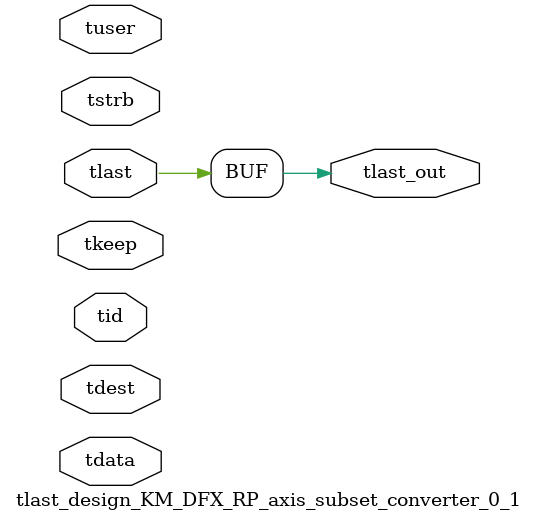
<source format=v>


`timescale 1ps/1ps

module tlast_design_KM_DFX_RP_axis_subset_converter_0_1 #
(
parameter C_S_AXIS_TID_WIDTH   = 1,
parameter C_S_AXIS_TUSER_WIDTH = 0,
parameter C_S_AXIS_TDATA_WIDTH = 0,
parameter C_S_AXIS_TDEST_WIDTH = 0
)
(
input  [(C_S_AXIS_TID_WIDTH   == 0 ? 1 : C_S_AXIS_TID_WIDTH)-1:0       ] tid,
input  [(C_S_AXIS_TDATA_WIDTH == 0 ? 1 : C_S_AXIS_TDATA_WIDTH)-1:0     ] tdata,
input  [(C_S_AXIS_TUSER_WIDTH == 0 ? 1 : C_S_AXIS_TUSER_WIDTH)-1:0     ] tuser,
input  [(C_S_AXIS_TDEST_WIDTH == 0 ? 1 : C_S_AXIS_TDEST_WIDTH)-1:0     ] tdest,
input  [(C_S_AXIS_TDATA_WIDTH/8)-1:0 ] tkeep,
input  [(C_S_AXIS_TDATA_WIDTH/8)-1:0 ] tstrb,
input  [0:0]                                                             tlast,
output                                                                   tlast_out
);

assign tlast_out = {tlast};

endmodule


</source>
